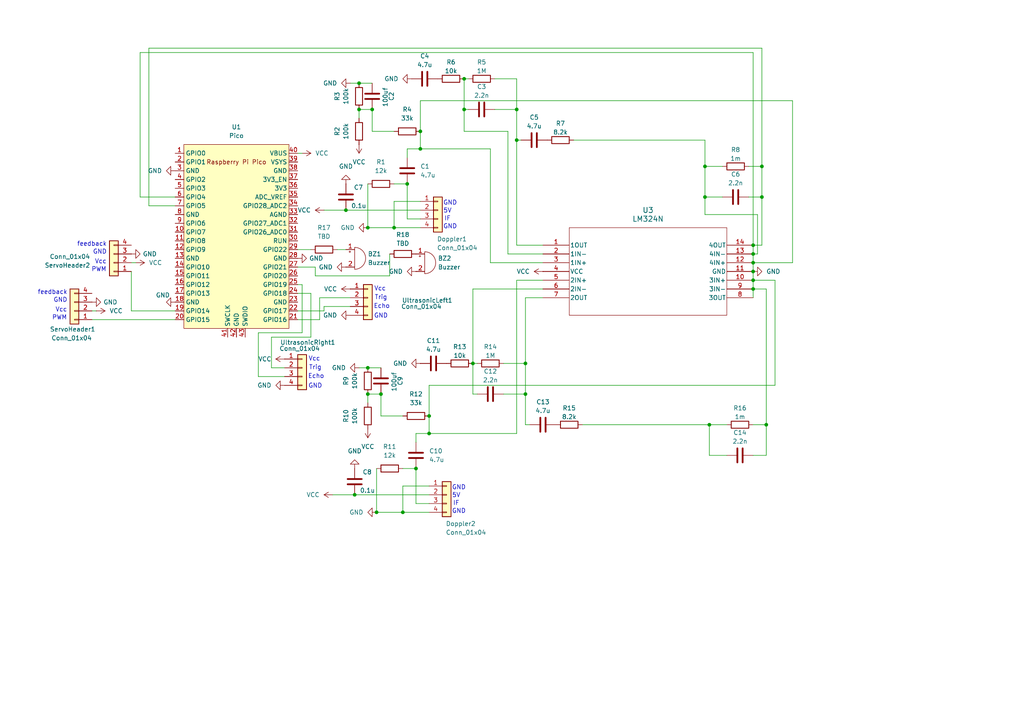
<source format=kicad_sch>
(kicad_sch (version 20250114) (generator "eeschema") (generator_version "9.0")
  (paper "A4")
  (lib_symbols
    (symbol "2025-11-07_20-10-28:LM324N" (pin_names (offset 0.254))
      (property "Reference" "U" (at 30.48 10.16 0))
      (property "Value" "LM324N" (at 30.48 7.62 0))
      (symbol "LM324N_0_1"
        (polyline (pts (xy 7.62 5.08) (xy 7.62 -20.32)) (stroke (width 0.127)))
        (polyline (pts (xy 7.62 -20.32) (xy 53.34 -20.32)) (stroke (width 0.127)))
        (polyline (pts (xy 53.34 5.08) (xy 7.62 5.08)) (stroke (width 0.127)))
        (polyline (pts (xy 53.34 -20.32) (xy 53.34 5.08)) (stroke (width 0.127)))
        (pin output line (at 0 0 0) (length 7.62) (name "1OUT") (number "1"))
        (pin input line (at 0 -2.54 0) (length 7.62) (name "1IN-") (number "2"))
        (pin input line (at 0 -5.08 0) (length 7.62) (name "1IN+") (number "3"))
        (pin power_in line (at 0 -7.62 0) (length 7.62) (name "VCC") (number "4"))
        (pin input line (at 0 -10.16 0) (length 7.62) (name "2IN+") (number "5"))
        (pin input line (at 0 -12.7 0) (length 7.62) (name "2IN-") (number "6"))
        (pin output line (at 0 -15.24 0) (length 7.62) (name "2OUT") (number "7"))
        (pin output line (at 60.96 0 180) (length 7.62) (name "4OUT") (number "14"))
        (pin input line (at 60.96 -2.54 180) (length 7.62) (name "4IN-") (number "13"))
        (pin input line (at 60.96 -5.08 180) (length 7.62) (name "4IN+") (number "12"))
        (pin power_in line (at 60.96 -7.62 180) (length 7.62) (name "GND") (number "11"))
        (pin input line (at 60.96 -10.16 180) (length 7.62) (name "3IN+") (number "10"))
        (pin input line (at 60.96 -12.7 180) (length 7.62) (name "3IN-") (number "9"))
        (pin output line (at 60.96 -15.24 180) (length 7.62) (name "3OUT") (number "8"))
      )
    )
    (symbol "Connector_Generic:Conn_01x04" (pin_names (offset 1.016) (hide yes))
      (property "Reference" "J" (at 0 5.08 0))
      (property "Value" "Conn_01x04" (at 0 -7.62 0))
      (symbol "Conn_01x04_1_1"
        (rectangle (start -1.27 3.81) (end 1.27 -6.35) (stroke (width 0.254)) (fill (type background)))
        (rectangle (start -1.27 2.667) (end 0 2.413) (stroke (width 0.1524)))
        (rectangle (start -1.27 0.127) (end 0 -0.127) (stroke (width 0.1524)))
        (rectangle (start -1.27 -2.413) (end 0 -2.667) (stroke (width 0.1524)))
        (rectangle (start -1.27 -4.953) (end 0 -5.207) (stroke (width 0.1524)))
        (pin passive line (at -5.08 2.54 0) (length 3.81) (name "Pin_1") (number "1"))
        (pin passive line (at -5.08 0 0) (length 3.81) (name "Pin_2") (number "2"))
        (pin passive line (at -5.08 -2.54 0) (length 3.81) (name "Pin_3") (number "3"))
        (pin passive line (at -5.08 -5.08 0) (length 3.81) (name "Pin_4") (number "4"))
      )
    )
    (symbol "Device:Buzzer" (pin_names (offset 0.0254) (hide yes))
      (property "Reference" "BZ" (at 3.81 1.27 0))
      (property "Value" "Buzzer" (at 3.81 -1.27 0))
      (symbol "Buzzer_0_1"
        (polyline (pts (xy -1.651 1.905) (xy -1.143 1.905)))
        (polyline (pts (xy -1.397 2.159) (xy -1.397 1.651)))
        (arc (start 0 3.175) (mid 3.1612 0) (end 0 -3.175))
        (polyline (pts (xy 0 3.175) (xy 0 -3.175)))
      )
      (symbol "Buzzer_1_1"
        (pin passive line (at -2.54 2.54 0) (length 2.54) (name "+") (number "1"))
        (pin passive line (at -2.54 -2.54 0) (length 2.54) (name "-") (number "2"))
      )
    )
    (symbol "Device:C" (pin_numbers (hide yes)) (pin_names (offset 0.254))
      (property "Reference" "C" (at 0.635 2.54 0))
      (property "Value" "C" (at 0.635 -2.54 0))
      (symbol "C_0_1"
        (polyline (pts (xy -2.032 0.762) (xy 2.032 0.762)) (stroke (width 0.508)))
        (polyline (pts (xy -2.032 -0.762) (xy 2.032 -0.762)) (stroke (width 0.508)))
      )
      (symbol "C_1_1"
        (pin passive line (at 0 3.81 270) (length 2.794) (name "~") (number "1"))
        (pin passive line (at 0 -3.81 90) (length 2.794) (name "~") (number "2"))
      )
    )
    (symbol "Device:R" (pin_numbers (hide yes)) (pin_names (offset 0))
      (property "Reference" "R" (at 2.032 0 90))
      (property "Value" "R" (at 0 0 90))
      (symbol "R_0_1"
        (rectangle (start -1.016 -2.54) (end 1.016 2.54) (stroke (width 0.254)))
      )
      (symbol "R_1_1"
        (pin passive line (at 0 3.81 270) (length 1.27) (name "~") (number "1"))
        (pin passive line (at 0 -3.81 90) (length 1.27) (name "~") (number "2"))
      )
    )
    (symbol "MCU_RaspberryPi_and_Boards:Pico"
      (property "Reference" "U" (at -13.97 27.94 0))
      (property "Value" "Pico" (at 0 19.05 0))
      (symbol "Pico_0_0"
        (text "Raspberry Pi Pico" (at 0 21.59 0) (effects (font (size 1.27 1.27))))
      )
      (symbol "Pico_0_1"
        (rectangle (start -15.24 26.67) (end 15.24 -26.67) (fill (type background)))
      )
      (symbol "Pico_1_1"
        (pin bidirectional line (at -17.78 24.13 0) (length 2.54) (name "GPIO0") (number "1"))
        (pin bidirectional line (at -17.78 21.59 0) (length 2.54) (name "GPIO1") (number "2"))
        (pin power_in line (at -17.78 19.05 0) (length 2.54) (name "GND") (number "3"))
        (pin bidirectional line (at -17.78 16.51 0) (length 2.54) (name "GPIO2") (number "4"))
        (pin bidirectional line (at -17.78 13.97 0) (length 2.54) (name "GPIO3") (number "5"))
        (pin bidirectional line (at -17.78 11.43 0) (length 2.54) (name "GPIO4") (number "6"))
        (pin bidirectional line (at -17.78 8.89 0) (length 2.54) (name "GPIO5") (number "7"))
        (pin power_in line (at -17.78 6.35 0) (length 2.54) (name "GND") (number "8"))
        (pin bidirectional line (at -17.78 3.81 0) (length 2.54) (name "GPIO6") (number "9"))
        (pin bidirectional line (at -17.78 1.27 0) (length 2.54) (name "GPIO7") (number "10"))
        (pin bidirectional line (at -17.78 -1.27 0) (length 2.54) (name "GPIO8") (number "11"))
        (pin bidirectional line (at -17.78 -3.81 0) (length 2.54) (name "GPIO9") (number "12"))
        (pin power_in line (at -17.78 -6.35 0) (length 2.54) (name "GND") (number "13"))
        (pin bidirectional line (at -17.78 -8.89 0) (length 2.54) (name "GPIO10") (number "14"))
        (pin bidirectional line (at -17.78 -11.43 0) (length 2.54) (name "GPIO11") (number "15"))
        (pin bidirectional line (at -17.78 -13.97 0) (length 2.54) (name "GPIO12") (number "16"))
        (pin bidirectional line (at -17.78 -16.51 0) (length 2.54) (name "GPIO13") (number "17"))
        (pin power_in line (at -17.78 -19.05 0) (length 2.54) (name "GND") (number "18"))
        (pin bidirectional line (at -17.78 -21.59 0) (length 2.54) (name "GPIO14") (number "19"))
        (pin bidirectional line (at -17.78 -24.13 0) (length 2.54) (name "GPIO15") (number "20"))
        (pin input line (at -2.54 -29.21 90) (length 2.54) (name "SWCLK") (number "41"))
        (pin power_in line (at 0 -29.21 90) (length 2.54) (name "GND") (number "42"))
        (pin bidirectional line (at 2.54 -29.21 90) (length 2.54) (name "SWDIO") (number "43"))
        (pin power_in line (at 17.78 24.13 180) (length 2.54) (name "VBUS") (number "40"))
        (pin power_in line (at 17.78 21.59 180) (length 2.54) (name "VSYS") (number "39"))
        (pin bidirectional line (at 17.78 19.05 180) (length 2.54) (name "GND") (number "38"))
        (pin input line (at 17.78 16.51 180) (length 2.54) (name "3V3_EN") (number "37"))
        (pin power_in line (at 17.78 13.97 180) (length 2.54) (name "3V3") (number "36"))
        (pin power_in line (at 17.78 11.43 180) (length 2.54) (name "ADC_VREF") (number "35"))
        (pin bidirectional line (at 17.78 8.89 180) (length 2.54) (name "GPIO28_ADC2") (number "34"))
        (pin power_in line (at 17.78 6.35 180) (length 2.54) (name "AGND") (number "33"))
        (pin bidirectional line (at 17.78 3.81 180) (length 2.54) (name "GPIO27_ADC1") (number "32"))
        (pin bidirectional line (at 17.78 1.27 180) (length 2.54) (name "GPIO26_ADC0") (number "31"))
        (pin input line (at 17.78 -1.27 180) (length 2.54) (name "RUN") (number "30"))
        (pin bidirectional line (at 17.78 -3.81 180) (length 2.54) (name "GPIO22") (number "29"))
        (pin power_in line (at 17.78 -6.35 180) (length 2.54) (name "GND") (number "28"))
        (pin bidirectional line (at 17.78 -8.89 180) (length 2.54) (name "GPIO21") (number "27"))
        (pin bidirectional line (at 17.78 -11.43 180) (length 2.54) (name "GPIO20") (number "26"))
        (pin bidirectional line (at 17.78 -13.97 180) (length 2.54) (name "GPIO19") (number "25"))
        (pin bidirectional line (at 17.78 -16.51 180) (length 2.54) (name "GPIO18") (number "24"))
        (pin power_in line (at 17.78 -19.05 180) (length 2.54) (name "GND") (number "23"))
        (pin bidirectional line (at 17.78 -21.59 180) (length 2.54) (name "GPIO17") (number "22"))
        (pin bidirectional line (at 17.78 -24.13 180) (length 2.54) (name "GPIO16") (number "21"))
      )
    )
    (symbol "power:GND" (power) (pin_numbers (hide yes)) (pin_names (offset 0) (hide yes))
      (property "Value" "GND" (at 0 -3.81 0))
      (symbol "GND_0_1"
        (polyline (pts (xy 0 0) (xy 0 -1.27) (xy 1.27 -1.27) (xy 0 -2.54) (xy -1.27 -1.27) (xy 0 -1.27)))
      )
      (symbol "GND_1_1"
        (pin power_in line (at 0 0 270) (length 0) (name "~") (number "1"))
      )
    )
    (symbol "power:VCC" (power) (pin_numbers (hide yes)) (pin_names (offset 0) (hide yes))
      (property "Value" "VCC" (at 0 3.556 0))
      (symbol "VCC_0_1"
        (polyline (pts (xy -0.762 1.27) (xy 0 2.54)))
        (polyline (pts (xy 0 2.54) (xy 0.762 1.27)))
        (polyline (pts (xy 0 0) (xy 0 2.54)))
      )
      (symbol "VCC_1_1"
        (pin power_in line (at 0 0 90) (length 0) (name "~") (number "1"))
      )
    )
  )
  (text "5V" (at 129.794 61.214 0) (effects (font (size 1.27 1.27))))
  (text "IF" (at 132.334 146.05 0) (effects (font (size 1.27 1.27))))
  (text "GND" (at 91.44 112.014 0) (effects (font (size 1.27 1.27))))
  (text "Vcc" (at 17.78 89.916 0) (effects (font (size 1.27 1.27))))
  (text "Echo" (at 91.694 109.22 0) (effects (font (size 1.27 1.27))))
  (text "feedback" (at 26.67 70.866 0) (effects (font (size 1.27 1.27))))
  (text "GND" (at 110.49 91.694 0) (effects (font (size 1.27 1.27))))
  (text "GND" (at 133.096 148.336 0) (effects (font (size 1.27 1.27))))
  (text "GND" (at 28.956 73.152 0) (effects (font (size 1.27 1.27))))
  (text "Vcc" (at 91.186 104.14 0) (effects (font (size 1.27 1.27))))
  (text "GND" (at 130.556 65.786 0) (effects (font (size 1.27 1.27))))
  (text "PWM" (at 28.702 78.232 0) (effects (font (size 1.27 1.27))))
  (text "feedback" (at 15.24 84.836 0) (effects (font (size 1.27 1.27))))
  (text "Echo" (at 110.744 88.9 0) (effects (font (size 1.27 1.27))))
  (text "Trig" (at 91.44 106.68 0) (effects (font (size 1.27 1.27))))
  (text "IF" (at 129.794 63.5 0) (effects (font (size 1.27 1.27))))
  (text "GND" (at 133.096 141.478 0) (effects (font (size 1.27 1.27))))
  (text "Trig" (at 110.49 86.36 0) (effects (font (size 1.27 1.27))))
  (text "Vcc" (at 110.236 83.82 0) (effects (font (size 1.27 1.27))))
  (text "GND" (at 130.556 58.928 0) (effects (font (size 1.27 1.27))))
  (text "GND" (at 17.526 87.122 0) (effects (font (size 1.27 1.27))))
  (text "5V" (at 132.334 143.764 0) (effects (font (size 1.27 1.27))))
  (text "PWM" (at 17.272 92.202 0) (effects (font (size 1.27 1.27))))
  (text "Vcc" (at 29.21 75.946 0) (effects (font (size 1.27 1.27))))
  (junction (at 218.44 73.66))
  (junction (at 124.46 125.73))
  (junction (at 220.98 57.15))
  (junction (at 106.68 66.04))
  (junction (at 205.74 123.19))
  (junction (at 120.65 135.89))
  (junction (at 218.44 71.12))
  (junction (at 152.4 105.41))
  (junction (at 106.68 114.3))
  (junction (at 109.22 148.59))
  (junction (at 134.62 22.86))
  (junction (at 124.46 120.65))
  (junction (at 104.14 31.75))
  (junction (at 218.44 78.74))
  (junction (at 121.92 38.1))
  (junction (at 149.86 40.64))
  (junction (at 121.92 43.18))
  (junction (at 116.84 148.59))
  (junction (at 107.95 31.75))
  (junction (at 110.49 114.3))
  (junction (at 104.14 24.13))
  (junction (at 152.4 114.3))
  (junction (at 102.87 143.51))
  (junction (at 218.44 81.28))
  (junction (at 149.86 31.75))
  (junction (at 114.3 66.04))
  (junction (at 204.47 57.15))
  (junction (at 204.47 48.26))
  (junction (at 134.62 31.75))
  (junction (at 100.33 60.96))
  (junction (at 222.25 123.19))
  (junction (at 218.44 83.82))
  (junction (at 118.11 53.34))
  (junction (at 218.44 76.2))
  (junction (at 137.16 105.41))
  (junction (at 220.98 48.26))
  (junction (at 106.68 106.68))
  (wire (pts (xy 113.03 73.66) (xy 113.03 80.01)))
  (wire (pts (xy 152.4 114.3) (xy 152.4 123.19)))
  (wire (pts (xy 78.74 97.79) (xy 90.17 97.79)))
  (wire (pts (xy 218.44 78.74) (xy 218.44 76.2)))
  (wire (pts (xy 222.25 132.08) (xy 222.25 123.19)))
  (wire (pts (xy 104.14 31.75) (xy 107.95 31.75)))
  (wire (pts (xy 146.05 105.41) (xy 152.4 105.41)))
  (wire (pts (xy 116.84 120.65) (xy 110.49 120.65)))
  (wire (pts (xy 134.62 38.1) (xy 134.62 31.75)))
  (wire (pts (xy 152.4 86.36) (xy 157.48 86.36)))
  (wire (pts (xy 113.03 80.01) (xy 91.44 80.01)))
  (wire (pts (xy 220.98 13.97) (xy 43.18 13.97)))
  (wire (pts (xy 152.4 123.19) (xy 153.67 123.19)))
  (wire (pts (xy 166.37 40.64) (xy 204.47 40.64)))
  (wire (pts (xy 157.48 71.12) (xy 149.86 71.12)))
  (wire (pts (xy 210.82 132.08) (xy 205.74 132.08)))
  (wire (pts (xy 38.1 76.2) (xy 39.37 76.2)))
  (wire (pts (xy 220.98 57.15) (xy 220.98 48.26)))
  (wire (pts (xy 124.46 120.65) (xy 124.46 125.73)))
  (wire (pts (xy 93.98 60.96) (xy 100.33 60.96)))
  (wire (pts (xy 100.33 60.96) (xy 121.92 60.96)))
  (wire (pts (xy 134.62 38.1) (xy 147.32 38.1)))
  (wire (pts (xy 218.44 83.82) (xy 222.25 83.82)))
  (wire (pts (xy 137.16 105.41) (xy 138.43 105.41)))
  (wire (pts (xy 40.64 15.24) (xy 40.64 57.15)))
  (wire (pts (xy 149.86 81.28) (xy 157.48 81.28)))
  (wire (pts (xy 74.93 96.52) (xy 74.93 109.22)))
  (wire (pts (xy 43.18 59.69) (xy 50.8 59.69)))
  (wire (pts (xy 110.49 120.65) (xy 110.49 114.3)))
  (wire (pts (xy 218.44 83.82) (xy 218.44 81.28)))
  (wire (pts (xy 106.68 106.68) (xy 110.49 106.68)))
  (wire (pts (xy 38.1 78.74) (xy 38.1 90.17)))
  (wire (pts (xy 124.46 111.76) (xy 124.46 120.65)))
  (wire (pts (xy 92.71 92.71) (xy 86.36 92.71)))
  (wire (pts (xy 222.25 83.82) (xy 222.25 123.19)))
  (wire (pts (xy 209.55 48.26) (xy 204.47 48.26)))
  (wire (pts (xy 120.65 135.89) (xy 116.84 135.89)))
  (wire (pts (xy 146.05 114.3) (xy 152.4 114.3)))
  (wire (pts (xy 218.44 132.08) (xy 222.25 132.08)))
  (wire (pts (xy 109.22 135.89) (xy 109.22 148.59)))
  (wire (pts (xy 121.92 66.04) (xy 114.3 66.04)))
  (wire (pts (xy 204.47 57.15) (xy 204.47 48.26)))
  (wire (pts (xy 204.47 62.23) (xy 219.71 62.23)))
  (wire (pts (xy 218.44 71.12) (xy 220.98 71.12)))
  (wire (pts (xy 114.3 58.42) (xy 114.3 66.04)))
  (wire (pts (xy 137.16 83.82) (xy 157.48 83.82)))
  (wire (pts (xy 106.68 53.34) (xy 106.68 66.04)))
  (wire (pts (xy 121.92 63.5) (xy 118.11 63.5)))
  (wire (pts (xy 147.32 73.66) (xy 157.48 73.66)))
  (wire (pts (xy 86.36 82.55) (xy 87.63 82.55)))
  (wire (pts (xy 149.86 71.12) (xy 149.86 40.64)))
  (wire (pts (xy 87.63 96.52) (xy 74.93 96.52)))
  (wire (pts (xy 219.71 73.66) (xy 219.71 62.23)))
  (wire (pts (xy 104.14 31.75) (xy 104.14 34.29)))
  (wire (pts (xy 86.36 44.45) (xy 87.63 44.45)))
  (wire (pts (xy 40.64 57.15) (xy 50.8 57.15)))
  (wire (pts (xy 106.68 106.68) (xy 104.14 106.68)))
  (wire (pts (xy 74.93 109.22) (xy 82.55 109.22)))
  (wire (pts (xy 134.62 22.86) (xy 135.89 22.86)))
  (wire (pts (xy 86.36 72.39) (xy 90.17 72.39)))
  (wire (pts (xy 90.17 97.79) (xy 90.17 85.09)))
  (wire (pts (xy 93.98 88.9) (xy 93.98 90.17)))
  (wire (pts (xy 218.44 86.36) (xy 218.44 83.82)))
  (wire (pts (xy 217.17 48.26) (xy 220.98 48.26)))
  (wire (pts (xy 120.65 125.73) (xy 124.46 125.73)))
  (wire (pts (xy 218.44 81.28) (xy 224.79 81.28)))
  (wire (pts (xy 92.71 86.36) (xy 92.71 92.71)))
  (wire (pts (xy 118.11 43.18) (xy 121.92 43.18)))
  (wire (pts (xy 116.84 140.97) (xy 116.84 148.59)))
  (wire (pts (xy 124.46 140.97) (xy 116.84 140.97)))
  (wire (pts (xy 143.51 31.75) (xy 149.86 31.75)))
  (wire (pts (xy 104.14 24.13) (xy 101.6 24.13)))
  (wire (pts (xy 26.67 92.71) (xy 50.8 92.71)))
  (wire (pts (xy 120.65 146.05) (xy 120.65 135.89)))
  (wire (pts (xy 121.92 29.21) (xy 121.92 38.1)))
  (wire (pts (xy 96.52 143.51) (xy 102.87 143.51)))
  (wire (pts (xy 104.14 24.13) (xy 107.95 24.13)))
  (wire (pts (xy 121.92 29.21) (xy 229.87 29.21)))
  (wire (pts (xy 107.95 38.1) (xy 107.95 31.75)))
  (wire (pts (xy 106.68 114.3) (xy 110.49 114.3)))
  (wire (pts (xy 118.11 45.72) (xy 118.11 43.18)))
  (wire (pts (xy 218.44 73.66) (xy 218.44 71.12)))
  (wire (pts (xy 38.1 90.17) (xy 50.8 90.17)))
  (wire (pts (xy 152.4 105.41) (xy 152.4 114.3)))
  (wire (pts (xy 124.46 148.59) (xy 116.84 148.59)))
  (wire (pts (xy 142.24 76.2) (xy 157.48 76.2)))
  (wire (pts (xy 204.47 62.23) (xy 204.47 57.15)))
  (wire (pts (xy 118.11 63.5) (xy 118.11 53.34)))
  (wire (pts (xy 204.47 48.26) (xy 204.47 40.64)))
  (wire (pts (xy 121.92 43.18) (xy 142.24 43.18)))
  (wire (pts (xy 218.44 76.2) (xy 218.44 73.66)))
  (wire (pts (xy 209.55 57.15) (xy 204.47 57.15)))
  (wire (pts (xy 220.98 71.12) (xy 220.98 57.15)))
  (wire (pts (xy 224.79 81.28) (xy 224.79 111.76)))
  (wire (pts (xy 91.44 80.01) (xy 91.44 77.47)))
  (wire (pts (xy 43.18 13.97) (xy 43.18 59.69)))
  (wire (pts (xy 87.63 82.55) (xy 87.63 96.52)))
  (wire (pts (xy 210.82 123.19) (xy 205.74 123.19)))
  (wire (pts (xy 218.44 71.12) (xy 218.44 15.24)))
  (wire (pts (xy 116.84 148.59) (xy 109.22 148.59)))
  (wire (pts (xy 149.86 40.64) (xy 151.13 40.64)))
  (wire (pts (xy 93.98 90.17) (xy 86.36 90.17)))
  (wire (pts (xy 137.16 114.3) (xy 138.43 114.3)))
  (wire (pts (xy 114.3 66.04) (xy 106.68 66.04)))
  (wire (pts (xy 220.98 13.97) (xy 220.98 48.26)))
  (wire (pts (xy 229.87 76.2) (xy 218.44 76.2)))
  (wire (pts (xy 229.87 29.21) (xy 229.87 76.2)))
  (wire (pts (xy 218.44 73.66) (xy 219.71 73.66)))
  (wire (pts (xy 90.17 85.09) (xy 86.36 85.09)))
  (wire (pts (xy 205.74 132.08) (xy 205.74 123.19)))
  (wire (pts (xy 121.92 58.42) (xy 114.3 58.42)))
  (wire (pts (xy 91.44 77.47) (xy 86.36 77.47)))
  (wire (pts (xy 137.16 114.3) (xy 137.16 105.41)))
  (wire (pts (xy 106.68 114.3) (xy 106.68 116.84)))
  (wire (pts (xy 101.6 88.9) (xy 93.98 88.9)))
  (wire (pts (xy 26.67 90.17) (xy 27.94 90.17)))
  (wire (pts (xy 101.6 86.36) (xy 92.71 86.36)))
  (wire (pts (xy 121.92 38.1) (xy 121.92 43.18)))
  (wire (pts (xy 205.74 123.19) (xy 168.91 123.19)))
  (wire (pts (xy 149.86 31.75) (xy 149.86 40.64)))
  (wire (pts (xy 134.62 31.75) (xy 134.62 22.86)))
  (wire (pts (xy 149.86 125.73) (xy 149.86 81.28)))
  (wire (pts (xy 118.11 53.34) (xy 114.3 53.34)))
  (wire (pts (xy 124.46 111.76) (xy 224.79 111.76)))
  (wire (pts (xy 218.44 81.28) (xy 218.44 78.74)))
  (wire (pts (xy 124.46 125.73) (xy 149.86 125.73)))
  (wire (pts (xy 218.44 15.24) (xy 40.64 15.24)))
  (wire (pts (xy 142.24 43.18) (xy 142.24 76.2)))
  (wire (pts (xy 78.74 106.68) (xy 78.74 97.79)))
  (wire (pts (xy 149.86 22.86) (xy 149.86 31.75)))
  (wire (pts (xy 147.32 38.1) (xy 147.32 73.66)))
  (wire (pts (xy 82.55 106.68) (xy 78.74 106.68)))
  (wire (pts (xy 217.17 57.15) (xy 220.98 57.15)))
  (wire (pts (xy 114.3 38.1) (xy 107.95 38.1)))
  (wire (pts (xy 124.46 146.05) (xy 120.65 146.05)))
  (wire (pts (xy 134.62 31.75) (xy 135.89 31.75)))
  (wire (pts (xy 97.79 72.39) (xy 100.33 72.39)))
  (wire (pts (xy 143.51 22.86) (xy 149.86 22.86)))
  (wire (pts (xy 218.44 123.19) (xy 222.25 123.19)))
  (wire (pts (xy 120.65 128.27) (xy 120.65 125.73)))
  (wire (pts (xy 152.4 105.41) (xy 152.4 86.36)))
  (wire (pts (xy 102.87 143.51) (xy 124.46 143.51)))
  (wire (pts (xy 137.16 105.41) (xy 137.16 83.82)))
  (symbol (lib_id "Device:R") (at 104.14 38.1 180) (unit 1)
    (property "Reference" "R2" (at 97.79 38.1 90))
    (property "Value" "100k" (at 100.33 38.1 90))
    (property "Footprint" "Resistor_THT:R_Axial_DIN0204_L3.6mm_D1.6mm_P7.62mm_Horizontal" (effects (hide yes)))
    (property "Description" "Resistor" (effects (hide yes)))
  )
  (symbol (lib_id "2025-11-07_20-10-28:LM324N") (at 157.48 71.12 0) (unit 1)
    (property "Reference" "U3" (at 187.96 60.96 0) (effects (font (size 1.524 1.524))))
    (property "Value" "LM324N" (at 187.96 63.5 0) (effects (font (size 1.524 1.524))))
    (property "Footprint" "N14" (effects (hide yes)))
    (property "Datasheet" "https://www.ti.com/lit/gpn/lm324" (effects (hide yes)))
  )
  (symbol (lib_id "power:GND") (at 50.8 49.53 270) (unit 1)
    (property "Reference" "#PWR07" (effects (hide yes)))
    (property "Value" "GND" (at 46.99 49.5299 90) (effects (justify right)))
    (property "Description" "Power symbol creates a global label with name \"GND\" , ground" (effects (hide yes)))
  )
  (symbol (lib_id "Device:C") (at 100.33 57.15 0) (unit 1)
    (property "Reference" "C7" (at 102.616 54.356 0) (effects (justify left)))
    (property "Value" "0.1u" (at 101.854 59.69 0) (effects (justify left)))
    (property "Footprint" "Capacitor_THT:CP_Radial_D8.0mm_P3.80mm" (effects (hide yes)))
    (property "Description" "Unpolarized capacitor" (effects (hide yes)))
  )
  (symbol (lib_id "power:GND") (at 100.33 53.34 180) (unit 1)
    (property "Reference" "#PWR06" (effects (hide yes)))
    (property "Value" "GND" (at 100.33 48.26 0))
    (property "Description" "Power symbol creates a global label with name \"GND\" , ground" (effects (hide yes)))
  )
  (symbol (lib_id "Device:Buzzer") (at 102.87 74.93 0) (unit 1)
    (property "Reference" "BZ1" (at 106.68 73.6599 0) (effects (justify left)))
    (property "Value" "Buzzer" (at 106.68 76.1999 0) (effects (justify left)))
    (property "Footprint" "RadarFootprints:COM07950" (effects (hide yes)))
    (property "Description" "Buzzer, polarized" (effects (hide yes)))
  )
  (symbol (lib_id "power:VCC") (at 96.52 143.51 90) (unit 1)
    (property "Reference" "#PWR012" (effects (hide yes)))
    (property "Value" "VCC" (at 92.71 143.5099 90) (effects (justify left)))
    (property "Description" "Power symbol creates a global label with name \"VCC\"" (effects (hide yes)))
  )
  (symbol (lib_id "power:GND") (at 86.36 74.93 90) (unit 1)
    (property "Reference" "#PWR024" (effects (hide yes)))
    (property "Value" "GND" (at 89.662 74.93 90) (effects (justify right)))
    (property "Description" "Power symbol creates a global label with name \"GND\" , ground" (effects (hide yes)))
  )
  (symbol (lib_id "power:VCC") (at 106.68 124.46 180) (unit 1)
    (property "Reference" "#PWR017" (effects (hide yes)))
    (property "Value" "VCC" (at 106.68 129.54 0))
    (property "Description" "Power symbol creates a global label with name \"VCC\"" (effects (hide yes)))
  )
  (symbol (lib_id "power:VCC") (at 93.98 60.96 90) (unit 1)
    (property "Reference" "#PWR011" (effects (hide yes)))
    (property "Value" "VCC" (at 90.17 60.9599 90) (effects (justify left)))
    (property "Description" "Power symbol creates a global label with name \"VCC\"" (effects (hide yes)))
  )
  (symbol (lib_id "Device:C") (at 214.63 132.08 270) (unit 1)
    (property "Reference" "C14" (at 214.63 125.476 90))
    (property "Value" "2.2n" (at 214.63 128.016 90))
    (property "Footprint" "Capacitor_THT:CP_Radial_D8.0mm_P3.80mm" (effects (hide yes)))
    (property "Description" "Unpolarized capacitor" (effects (hide yes)))
  )
  (symbol (lib_id "power:VCC") (at 101.6 83.82 90) (unit 1)
    (property "Reference" "#PWR013" (effects (hide yes)))
    (property "Value" "VCC" (at 97.79 83.8199 90) (effects (justify left)))
    (property "Description" "Power symbol creates a global label with name \"VCC\"" (effects (hide yes)))
  )
  (symbol (lib_id "Device:C") (at 125.73 105.41 270) (unit 1)
    (property "Reference" "C11" (at 125.73 98.806 90))
    (property "Value" "4.7u" (at 125.73 101.346 90))
    (property "Footprint" "Capacitor_THT:CP_Radial_D8.0mm_P3.80mm" (effects (hide yes)))
    (property "Description" "Unpolarized capacitor" (effects (hide yes)))
  )
  (symbol (lib_id "Device:C") (at 154.94 40.64 270) (unit 1)
    (property "Reference" "C5" (at 154.94 34.036 90))
    (property "Value" "4.7u" (at 154.94 36.576 90))
    (property "Footprint" "Capacitor_THT:CP_Radial_D8.0mm_P3.80mm" (effects (hide yes)))
    (property "Description" "Unpolarized capacitor" (effects (hide yes)))
  )
  (symbol (lib_id "Device:R") (at 113.03 135.89 90) (unit 1)
    (property "Reference" "R11" (at 113.03 129.54 90))
    (property "Value" "12k" (at 113.03 132.08 90))
    (property "Footprint" "Resistor_THT:R_Axial_DIN0204_L3.6mm_D1.6mm_P7.62mm_Horizontal" (effects (hide yes)))
    (property "Description" "Resistor" (effects (hide yes)))
  )
  (symbol (lib_id "power:GND") (at 101.6 24.13 270) (unit 1)
    (property "Reference" "#PWR03" (effects (hide yes)))
    (property "Value" "GND" (at 97.79 24.1299 90) (effects (justify right)))
    (property "Description" "Power symbol creates a global label with name \"GND\" , ground" (effects (hide yes)))
  )
  (symbol (lib_id "power:GND") (at 100.33 77.47 270) (unit 1)
    (property "Reference" "#PWR025" (effects (hide yes)))
    (property "Value" "GND" (at 96.52 77.4699 90) (effects (justify right)))
    (property "Description" "Power symbol creates a global label with name \"GND\" , ground" (effects (hide yes)))
  )
  (symbol (lib_id "Device:R") (at 104.14 27.94 180) (unit 1)
    (property "Reference" "R3" (at 97.79 27.94 90))
    (property "Value" "100k" (at 100.33 27.94 90))
    (property "Footprint" "Resistor_THT:R_Axial_DIN0204_L3.6mm_D1.6mm_P7.62mm_Horizontal" (effects (hide yes)))
    (property "Description" "Resistor" (effects (hide yes)))
  )
  (symbol (lib_id "Device:C") (at 213.36 57.15 270) (unit 1)
    (property "Reference" "C6" (at 213.36 50.546 90))
    (property "Value" "2.2n" (at 213.36 53.086 90))
    (property "Footprint" "Capacitor_THT:CP_Radial_D8.0mm_P3.80mm" (effects (hide yes)))
    (property "Description" "Unpolarized capacitor" (effects (hide yes)))
  )
  (symbol (lib_id "power:VCC") (at 104.14 41.91 180) (unit 1)
    (property "Reference" "#PWR09" (effects (hide yes)))
    (property "Value" "VCC" (at 104.14 46.99 0))
    (property "Description" "Power symbol creates a global label with name \"VCC\"" (effects (hide yes)))
  )
  (symbol (lib_id "Device:C") (at 142.24 114.3 270) (unit 1)
    (property "Reference" "C12" (at 142.24 107.696 90))
    (property "Value" "2.2n" (at 142.24 110.236 90))
    (property "Footprint" "Capacitor_THT:CP_Radial_D8.0mm_P3.80mm" (effects (hide yes)))
    (property "Description" "Unpolarized capacitor" (effects (hide yes)))
  )
  (symbol (lib_id "MCU_RaspberryPi_and_Boards:Pico") (at 68.58 68.58 0) (unit 1)
    (property "Reference" "U1" (at 68.58 36.83 0))
    (property "Value" "Pico" (at 68.58 39.37 0))
    (property "Footprint" "Module:RaspberryPi_Pico_Common_Unspecified" (effects (hide yes)))
  )
  (symbol (lib_id "Device:C") (at 118.11 49.53 0) (unit 1)
    (property "Reference" "C1" (at 121.92 48.2599 0) (effects (justify left)))
    (property "Value" "4.7u" (at 121.92 50.7999 0) (effects (justify left)))
    (property "Footprint" "Capacitor_THT:CP_Radial_D8.0mm_P3.80mm" (effects (hide yes)))
    (property "Description" "Unpolarized capacitor" (effects (hide yes)))
  )
  (symbol (lib_id "Device:R") (at 110.49 53.34 90) (unit 1)
    (property "Reference" "R1" (at 110.49 46.99 90))
    (property "Value" "12k" (at 110.49 49.53 90))
    (property "Footprint" "Resistor_THT:R_Axial_DIN0204_L3.6mm_D1.6mm_P7.62mm_Horizontal" (effects (hide yes)))
    (property "Description" "Resistor" (effects (hide yes)))
  )
  (symbol (lib_id "Device:C") (at 123.19 22.86 270) (unit 1)
    (property "Reference" "C4" (at 123.19 16.256 90))
    (property "Value" "4.7u" (at 123.19 18.796 90))
    (property "Footprint" "Capacitor_THT:CP_Radial_D8.0mm_P3.80mm" (effects (hide yes)))
    (property "Description" "Unpolarized capacitor" (effects (hide yes)))
  )
  (symbol (lib_id "Device:Buzzer") (at 123.19 76.2 0) (unit 1)
    (property "Reference" "BZ2" (at 127 74.9299 0) (effects (justify left)))
    (property "Value" "Buzzer" (at 127 77.4699 0) (effects (justify left)))
    (property "Footprint" "RadarFootprints:COM07950" (effects (hide yes)))
    (property "Description" "Buzzer, polarized" (effects (hide yes)))
  )
  (symbol (lib_id "Device:C") (at 110.49 110.49 180) (unit 1)
    (property "Reference" "C9" (at 116.078 110.49 90))
    (property "Value" "100uf" (at 114.3 110.744 90))
    (property "Footprint" "Capacitor_THT:CP_Radial_D8.0mm_P3.80mm" (effects (hide yes)))
    (property "Description" "Unpolarized capacitor" (effects (hide yes)))
  )
  (symbol (lib_id "power:GND") (at 106.68 66.04 270) (unit 1)
    (property "Reference" "#PWR05" (effects (hide yes)))
    (property "Value" "GND" (at 102.87 66.0399 90) (effects (justify right)))
    (property "Description" "Power symbol creates a global label with name \"GND\" , ground" (effects (hide yes)))
  )
  (symbol (lib_id "power:GND") (at 82.55 111.76 270) (unit 1)
    (property "Reference" "#PWR027" (effects (hide yes)))
    (property "Value" "GND" (at 78.74 111.7599 90) (effects (justify right)))
    (property "Description" "Power symbol creates a global label with name \"GND\" , ground" (effects (hide yes)))
  )
  (symbol (lib_id "power:VCC") (at 82.55 104.14 90) (unit 1)
    (property "Reference" "#PWR026" (effects (hide yes)))
    (property "Value" "VCC" (at 78.74 104.1399 90) (effects (justify left)))
    (property "Description" "Power symbol creates a global label with name \"VCC\"" (effects (hide yes)))
  )
  (symbol (lib_id "Connector_Generic:Conn_01x04") (at 106.68 86.36 0) (unit 1)
    (property "Reference" "UltrasonicLeft1" (at 116.586 87.122 0) (effects (justify left)))
    (property "Value" "Conn_01x04" (at 116.332 88.9 0) (effects (justify left)))
    (property "Footprint" "Connector_PinSocket_2.54mm:PinSocket_1x04_P2.54mm_Vertical" (effects (hide yes)))
    (property "Description" "Generic connector, single row, 01x04, script generated (kicad-library-utils/schlib/autogen/connector/)" (effects (hide yes)))
  )
  (symbol (lib_id "power:GND") (at 26.67 87.63 90) (unit 1)
    (property "Reference" "#PWR021" (effects (hide yes)))
    (property "Value" "GND" (at 29.972 87.63 90) (effects (justify right)))
    (property "Description" "Power symbol creates a global label with name \"GND\" , ground" (effects (hide yes)))
  )
  (symbol (lib_id "Connector_Generic:Conn_01x04") (at 33.02 76.2 180) (unit 1)
    (property "Reference" "ServoHeader2" (at 26.162 76.962 0) (effects (justify left)))
    (property "Value" "Conn_01x04" (at 26.162 74.422 0) (effects (justify left)))
    (property "Footprint" "Connector_PinSocket_2.54mm:PinSocket_1x04_P2.54mm_Vertical" (effects (hide yes)))
    (property "Description" "Generic connector, single row, 01x04, script generated (kicad-library-utils/schlib/autogen/connector/)" (effects (hide yes)))
  )
  (symbol (lib_id "power:VCC") (at 157.48 78.74 90) (unit 1)
    (property "Reference" "#PWR014" (effects (hide yes)))
    (property "Value" "VCC" (at 153.67 78.7399 90) (effects (justify left)))
    (property "Description" "Power symbol creates a global label with name \"VCC\"" (effects (hide yes)))
  )
  (symbol (lib_id "Device:C") (at 120.65 132.08 0) (unit 1)
    (property "Reference" "C10" (at 124.46 130.8099 0) (effects (justify left)))
    (property "Value" "4.7u" (at 124.46 133.3499 0) (effects (justify left)))
    (property "Footprint" "Capacitor_THT:CP_Radial_D8.0mm_P3.80mm" (effects (hide yes)))
    (property "Description" "Unpolarized capacitor" (effects (hide yes)))
  )
  (symbol (lib_id "power:GND") (at 104.14 106.68 270) (unit 1)
    (property "Reference" "#PWR016" (effects (hide yes)))
    (property "Value" "GND" (at 100.33 106.6799 90) (effects (justify right)))
    (property "Description" "Power symbol creates a global label with name \"GND\" , ground" (effects (hide yes)))
  )
  (symbol (lib_id "power:GND") (at 120.65 78.74 270) (unit 1)
    (property "Reference" "#PWR028" (effects (hide yes)))
    (property "Value" "GND" (at 116.84 78.7399 90) (effects (justify right)))
    (property "Description" "Power symbol creates a global label with name \"GND\" , ground" (effects (hide yes)))
  )
  (symbol (lib_id "Device:R") (at 120.65 120.65 90) (unit 1)
    (property "Reference" "R12" (at 120.65 114.3 90))
    (property "Value" "33k" (at 120.65 116.84 90))
    (property "Footprint" "Resistor_THT:R_Axial_DIN0204_L3.6mm_D1.6mm_P7.62mm_Horizontal" (effects (hide yes)))
    (property "Description" "Resistor" (effects (hide yes)))
  )
  (symbol (lib_id "power:GND") (at 218.44 78.74 90) (unit 1)
    (property "Reference" "#PWR02" (effects (hide yes)))
    (property "Value" "GND" (at 222.25 78.7399 90) (effects (justify right)))
    (property "Description" "Power symbol creates a global label with name \"GND\" , ground" (effects (hide yes)))
  )
  (symbol (lib_id "Device:R") (at 106.68 110.49 180) (unit 1)
    (property "Reference" "R9" (at 100.33 110.49 90))
    (property "Value" "100k" (at 102.87 110.49 90))
    (property "Footprint" "Resistor_THT:R_Axial_DIN0204_L3.6mm_D1.6mm_P7.62mm_Horizontal" (effects (hide yes)))
    (property "Description" "Resistor" (effects (hide yes)))
  )
  (symbol (lib_id "Device:R") (at 139.7 22.86 90) (unit 1)
    (property "Reference" "R5" (at 139.7 18.034 90))
    (property "Value" "1M" (at 139.7 20.574 90))
    (property "Footprint" "Resistor_THT:R_Axial_DIN0204_L3.6mm_D1.6mm_P7.62mm_Horizontal" (effects (hide yes)))
    (property "Description" "Resistor" (effects (hide yes)))
  )
  (symbol (lib_id "power:GND") (at 101.6 91.44 270) (unit 1)
    (property "Reference" "#PWR04" (effects (hide yes)))
    (property "Value" "GND" (at 97.79 91.4399 90) (effects (justify right)))
    (property "Description" "Power symbol creates a global label with name \"GND\" , ground" (effects (hide yes)))
  )
  (symbol (lib_id "power:GND") (at 50.8 87.63 270) (unit 1)
    (property "Reference" "#PWR020" (effects (hide yes)))
    (property "Value" "GND" (at 49.276 85.598 90) (effects (justify right)))
    (property "Description" "Power symbol creates a global label with name \"GND\" , ground" (effects (hide yes)))
  )
  (symbol (lib_id "Device:C") (at 102.87 139.7 0) (unit 1)
    (property "Reference" "C8" (at 105.156 136.906 0) (effects (justify left)))
    (property "Value" "0.1u" (at 104.394 142.24 0) (effects (justify left)))
    (property "Footprint" "Capacitor_THT:CP_Radial_D8.0mm_P3.80mm" (effects (hide yes)))
    (property "Description" "Unpolarized capacitor" (effects (hide yes)))
  )
  (symbol (lib_id "Device:C") (at 157.48 123.19 270) (unit 1)
    (property "Reference" "C13" (at 157.48 116.586 90))
    (property "Value" "4.7u" (at 157.48 119.126 90))
    (property "Footprint" "Capacitor_THT:CP_Radial_D8.0mm_P3.80mm" (effects (hide yes)))
    (property "Description" "Unpolarized capacitor" (effects (hide yes)))
  )
  (symbol (lib_id "power:GND") (at 121.92 105.41 270) (unit 1)
    (property "Reference" "#PWR019" (effects (hide yes)))
    (property "Value" "GND" (at 118.11 105.4099 90) (effects (justify right)))
    (property "Description" "Power symbol creates a global label with name \"GND\" , ground" (effects (hide yes)))
  )
  (symbol (lib_id "Device:C") (at 107.95 27.94 180) (unit 1)
    (property "Reference" "C2" (at 113.538 27.94 90))
    (property "Value" "100uf" (at 111.76 28.194 90))
    (property "Footprint" "Capacitor_THT:CP_Radial_D8.0mm_P3.80mm" (effects (hide yes)))
    (property "Description" "Unpolarized capacitor" (effects (hide yes)))
  )
  (symbol (lib_id "Device:R") (at 214.63 123.19 90) (unit 1)
    (property "Reference" "R16" (at 214.63 118.364 90))
    (property "Value" "1m" (at 214.63 120.904 90))
    (property "Footprint" "Resistor_THT:R_Axial_DIN0204_L3.6mm_D1.6mm_P7.62mm_Horizontal" (effects (hide yes)))
    (property "Description" "Resistor" (effects (hide yes)))
  )
  (symbol (lib_id "Connector_Generic:Conn_01x04") (at 21.59 90.17 180) (unit 1)
    (property "Reference" "ServoHeader1" (at 27.686 95.504 0) (effects (justify left)))
    (property "Value" "Conn_01x04" (at 26.67 98.044 0) (effects (justify left)))
    (property "Footprint" "Connector_PinSocket_2.54mm:PinSocket_1x04_P2.54mm_Vertical" (effects (hide yes)))
    (property "Description" "Generic connector, single row, 01x04, script generated (kicad-library-utils/schlib/autogen/connector/)" (effects (hide yes)))
  )
  (symbol (lib_id "Device:R") (at 93.98 72.39 90) (unit 1)
    (property "Reference" "R17" (at 93.98 66.04 90))
    (property "Value" "TBD" (at 93.98 68.58 90))
    (property "Footprint" "Resistor_THT:R_Axial_DIN0204_L3.6mm_D1.6mm_P7.62mm_Horizontal" (effects (hide yes)))
    (property "Description" "Resistor" (effects (hide yes)))
  )
  (symbol (lib_id "power:VCC") (at 39.37 76.2 270) (unit 1)
    (property "Reference" "#PWR023" (effects (hide yes)))
    (property "Value" "VCC" (at 43.18 76.1999 90) (effects (justify left)))
    (property "Description" "Power symbol creates a global label with name \"VCC\"" (effects (hide yes)))
  )
  (symbol (lib_id "Device:C") (at 139.7 31.75 270) (unit 1)
    (property "Reference" "C3" (at 139.7 25.146 90))
    (property "Value" "2.2n" (at 139.7 27.686 90))
    (property "Footprint" "Capacitor_THT:CP_Radial_D8.0mm_P3.80mm" (effects (hide yes)))
    (property "Description" "Unpolarized capacitor" (effects (hide yes)))
  )
  (symbol (lib_id "Device:R") (at 133.35 105.41 90) (unit 1)
    (property "Reference" "R13" (at 133.35 100.584 90))
    (property "Value" "10k" (at 133.35 103.124 90))
    (property "Footprint" "Resistor_THT:R_Axial_DIN0204_L3.6mm_D1.6mm_P7.62mm_Horizontal" (effects (hide yes)))
    (property "Description" "Resistor" (effects (hide yes)))
  )
  (symbol (lib_id "power:VCC") (at 87.63 44.45 270) (unit 1)
    (property "Reference" "#PWR010" (effects (hide yes)))
    (property "Value" "VCC" (at 91.44 44.4499 90) (effects (justify left)))
    (property "Description" "Power symbol creates a global label with name \"VCC\"" (effects (hide yes)))
  )
  (symbol (lib_id "Connector_Generic:Conn_01x04") (at 127 60.96 0) (unit 1)
    (property "Reference" "Doppler1" (at 126.746 69.342 0) (effects (justify left)))
    (property "Value" "Conn_01x04" (at 126.746 71.882 0) (effects (justify left)))
    (property "Footprint" "RadarFootprints:HB100" (effects (hide yes)))
    (property "Datasheet" "https://theorycircuit.com/wp-content/uploads/2016/09/HB100_Microwave_Sensor_datasheet.pdf" (effects (hide yes)))
    (property "Description" "Generic connector, single row, 01x04, script generated (kicad-library-utils/schlib/autogen/connector/)" (effects (hide yes)))
  )
  (symbol (lib_id "Connector_Generic:Conn_01x04") (at 129.54 143.51 0) (unit 1)
    (property "Reference" "Doppler2" (at 129.286 151.892 0) (effects (justify left)))
    (property "Value" "Conn_01x04" (at 129.286 154.432 0) (effects (justify left)))
    (property "Footprint" "RadarFootprints:HB100" (effects (hide yes)))
    (property "Datasheet" "https://theorycircuit.com/wp-content/uploads/2016/09/HB100_Microwave_Sensor_datasheet.pdf" (effects (hide yes)))
    (property "Description" "Generic connector, single row, 01x04, script generated (kicad-library-utils/schlib/autogen/connector/)" (effects (hide yes)))
  )
  (symbol (lib_id "Device:R") (at 106.68 120.65 180) (unit 1)
    (property "Reference" "R10" (at 100.33 120.65 90))
    (property "Value" "100k" (at 102.87 120.65 90))
    (property "Footprint" "Resistor_THT:R_Axial_DIN0204_L3.6mm_D1.6mm_P7.62mm_Horizontal" (effects (hide yes)))
    (property "Description" "Resistor" (effects (hide yes)))
  )
  (symbol (lib_id "Device:R") (at 165.1 123.19 90) (unit 1)
    (property "Reference" "R15" (at 165.1 118.364 90))
    (property "Value" "8.2k" (at 165.1 120.904 90))
    (property "Footprint" "Resistor_THT:R_Axial_DIN0204_L3.6mm_D1.6mm_P7.62mm_Horizontal" (effects (hide yes)))
    (property "Description" "Resistor" (effects (hide yes)))
  )
  (symbol (lib_id "Device:R") (at 213.36 48.26 90) (unit 1)
    (property "Reference" "R8" (at 213.36 43.434 90))
    (property "Value" "1m" (at 213.36 45.974 90))
    (property "Footprint" "Resistor_THT:R_Axial_DIN0204_L3.6mm_D1.6mm_P7.62mm_Horizontal" (effects (hide yes)))
    (property "Description" "Resistor" (effects (hide yes)))
  )
  (symbol (lib_id "power:GND") (at 102.87 135.89 180) (unit 1)
    (property "Reference" "#PWR015" (effects (hide yes)))
    (property "Value" "GND" (at 102.87 130.81 0))
    (property "Description" "Power symbol creates a global label with name \"GND\" , ground" (effects (hide yes)))
  )
  (symbol (lib_id "Device:R") (at 162.56 40.64 90) (unit 1)
    (property "Reference" "R7" (at 162.56 35.814 90))
    (property "Value" "8.2k" (at 162.56 38.354 90))
    (property "Footprint" "Resistor_THT:R_Axial_DIN0204_L3.6mm_D1.6mm_P7.62mm_Horizontal" (effects (hide yes)))
    (property "Description" "Resistor" (effects (hide yes)))
  )
  (symbol (lib_id "Connector_Generic:Conn_01x04") (at 87.63 106.68 0) (unit 1)
    (property "Reference" "UltrasonicRight1" (at 81.28 99.314 0) (effects (justify left)))
    (property "Value" "Conn_01x04" (at 81.026 101.092 0) (effects (justify left)))
    (property "Footprint" "Connector_PinSocket_2.54mm:PinSocket_1x04_P2.54mm_Vertical" (effects (hide yes)))
    (property "Description" "Generic connector, single row, 01x04, script generated (kicad-library-utils/schlib/autogen/connector/)" (effects (hide yes)))
  )
  (symbol (lib_id "Device:R") (at 142.24 105.41 90) (unit 1)
    (property "Reference" "R14" (at 142.24 100.584 90))
    (property "Value" "1M" (at 142.24 103.124 90))
    (property "Footprint" "Resistor_THT:R_Axial_DIN0204_L3.6mm_D1.6mm_P7.62mm_Horizontal" (effects (hide yes)))
    (property "Description" "Resistor" (effects (hide yes)))
  )
  (symbol (lib_id "Device:R") (at 116.84 73.66 90) (unit 1)
    (property "Reference" "R18" (at 116.84 68.072 90))
    (property "Value" "TBD" (at 116.84 70.612 90))
    (property "Footprint" "Resistor_THT:R_Axial_DIN0204_L3.6mm_D1.6mm_P7.62mm_Horizontal" (effects (hide yes)))
    (property "Description" "Resistor" (effects (hide yes)))
  )
  (symbol (lib_id "Device:R") (at 130.81 22.86 90) (unit 1)
    (property "Reference" "R6" (at 130.81 18.034 90))
    (property "Value" "10k" (at 130.81 20.574 90))
    (property "Footprint" "Resistor_THT:R_Axial_DIN0204_L3.6mm_D1.6mm_P7.62mm_Horizontal" (effects (hide yes)))
    (property "Description" "Resistor" (effects (hide yes)))
  )
  (symbol (lib_id "power:GND") (at 38.1 73.66 90) (unit 1)
    (property "Reference" "#PWR022" (effects (hide yes)))
    (property "Value" "GND" (at 41.402 73.66 90) (effects (justify right)))
    (property "Description" "Power symbol creates a global label with name \"GND\" , ground" (effects (hide yes)))
  )
  (symbol (lib_id "power:GND") (at 109.22 148.59 270) (unit 1)
    (property "Reference" "#PWR018" (effects (hide yes)))
    (property "Value" "GND" (at 105.41 148.5899 90) (effects (justify right)))
    (property "Description" "Power symbol creates a global label with name \"GND\" , ground" (effects (hide yes)))
  )
  (symbol (lib_id "power:GND") (at 119.38 22.86 270) (unit 1)
    (property "Reference" "#PWR01" (effects (hide yes)))
    (property "Value" "GND" (at 115.57 22.8599 90) (effects (justify right)))
    (property "Description" "Power symbol creates a global label with name \"GND\" , ground" (effects (hide yes)))
  )
  (symbol (lib_id "power:VCC") (at 27.94 90.17 270) (unit 1)
    (property "Reference" "#PWR08" (effects (hide yes)))
    (property "Value" "VCC" (at 31.75 90.1699 90) (effects (justify left)))
    (property "Description" "Power symbol creates a global label with name \"VCC\"" (effects (hide yes)))
  )
  (symbol (lib_id "Device:R") (at 118.11 38.1 90) (unit 1)
    (property "Reference" "R4" (at 118.11 31.75 90))
    (property "Value" "33k" (at 118.11 34.29 90))
    (property "Footprint" "Resistor_THT:R_Axial_DIN0204_L3.6mm_D1.6mm_P7.62mm_Horizontal" (effects (hide yes)))
    (property "Description" "Resistor" (effects (hide yes)))
  )
)
</source>
